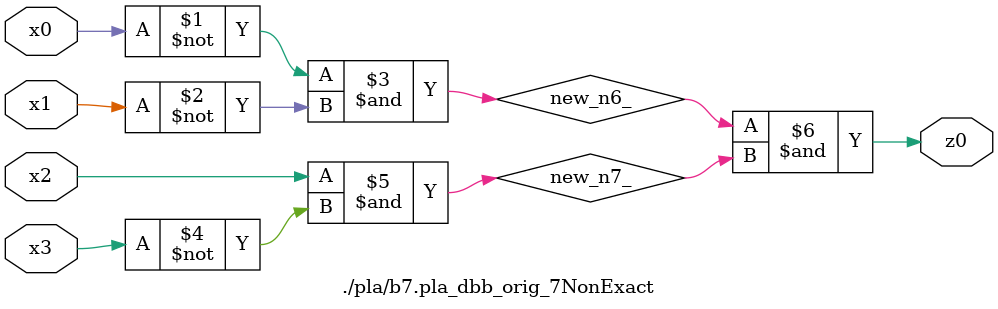
<source format=v>

module \./pla/b7.pla_dbb_orig_7NonExact  ( 
    x0, x1, x2, x3,
    z0  );
  input  x0, x1, x2, x3;
  output z0;
  wire new_n6_, new_n7_;
  assign new_n6_ = ~x0 & ~x1;
  assign new_n7_ = x2 & ~x3;
  assign z0 = new_n6_ & new_n7_;
endmodule



</source>
